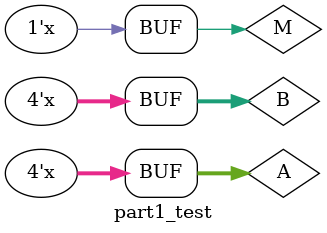
<source format=v>
`timescale 1ns / 1ps


module part1_test;

	// Inputs
	reg [3:0] A;
	reg [3:0] B;
	reg M;

	// Outputs
	wire [3:0] S;
	wire F;
	wire V;

	// Instantiate the Unit Under Test (UUT)
	part1 uut (
		.S(S), 
		.F(F), 
		.V(V), 
		.A(A), 
		.B(B), 
		.M(M)
	);

	initial begin
		// Initialize Inputs
		A = 0;
		B = 0;
		M = 0;

		// Wait 100 ns for global reset to finish
		#100;
        
		// Add stimulus here

	end
      
		always begin
		
		#1 {A,B,M}={A,B,M}+1'b1;
		
		end
		
endmodule


</source>
